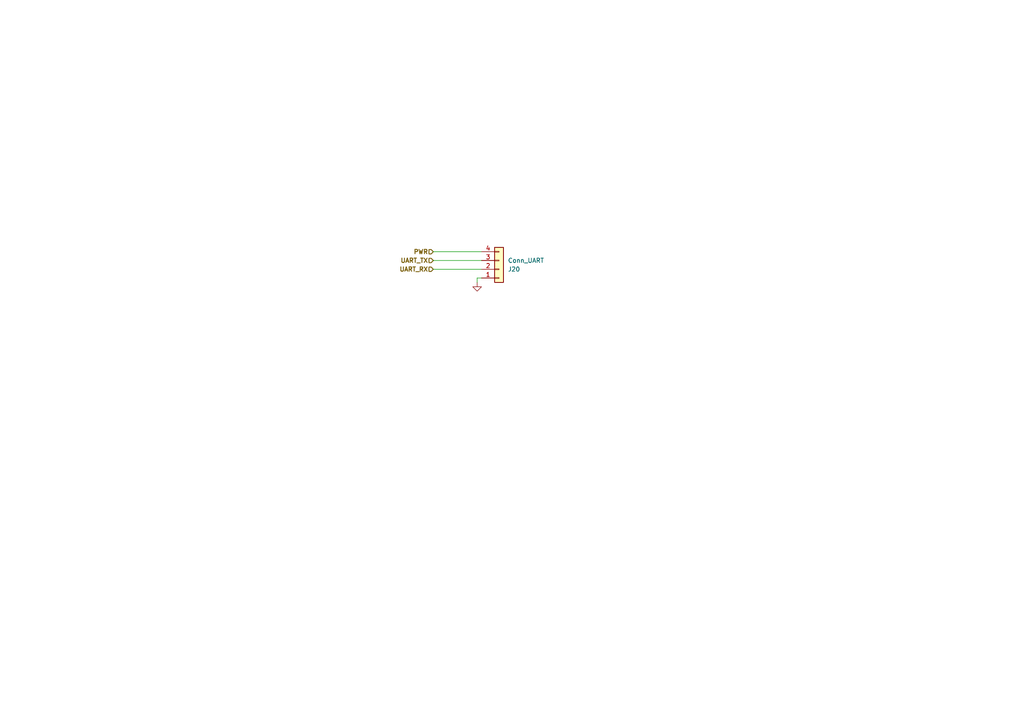
<source format=kicad_sch>
(kicad_sch (version 20230121) (generator eeschema)
  (paper "A4")
  (lib_symbols
    (symbol "Connector_Generic:Conn_01x04" (pin_names (offset 1.016) hide)
      (property "Reference" "J" (at 0 5.08 0))
      (property "Value" "Conn_01x04" (at 0 -7.62 0))
      (symbol "Conn_01x04_1_1"
        (rectangle (start -1.27 -4.953) (end 0 -5.207) (stroke (width 0.1524)))
        (rectangle (start -1.27 -2.413) (end 0 -2.667) (stroke (width 0.1524)))
        (rectangle (start -1.27 0.127) (end 0 -0.127) (stroke (width 0.1524)))
        (rectangle (start -1.27 2.667) (end 0 2.413) (stroke (width 0.1524)))
        (rectangle (start -1.27 3.81) (end 1.27 -6.35) (stroke (width 0.254)) (fill (type background)))
        (pin passive line (at -5.08 2.54 0) (length 3.81) (name "Pin_1") (number "1"))
        (pin passive line (at -5.08 0 0) (length 3.81) (name "Pin_2") (number "2"))
        (pin passive line (at -5.08 -2.54 0) (length 3.81) (name "Pin_3") (number "3"))
        (pin passive line (at -5.08 -5.08 0) (length 3.81) (name "Pin_4") (number "4"))
      )
    )
    (symbol "power:GND" (power) (pin_names (offset 0))
      (property "Value" "GND" (at 0 -3.81 0))
      (symbol "GND_0_1"
        (polyline (pts (xy 0 0) (xy 0 -1.27) (xy 1.27 -1.27) (xy 0 -2.54) (xy -1.27 -1.27) (xy 0 -1.27)))
      )
      (symbol "GND_1_1"
        (pin power_in line (at 0 0 270) (length 0) hide (name "GND") (number "1"))
      )
    )
  )
  (wire (pts (xy 138.3902 81.9059) (xy 138.3902 80.6359)))
  (wire (pts (xy 125.6902 78.0959) (xy 139.6602 78.0959)))
  (wire (pts (xy 125.6902 75.5559) (xy 139.6602 75.5559)))
  (wire (pts (xy 125.6902 73.0159) (xy 139.6602 73.0159)))
  (wire (pts (xy 138.3902 80.6359) (xy 139.6602 80.6359)))
  (hierarchical_label "UART_TX" (shape input) (at 125.6902 75.5559 180) (effects (font bold)))
  (hierarchical_label "PWR" (shape input) (at 125.6902 73.0159 180) (effects (font bold)))
  (hierarchical_label "UART_RX" (shape input) (at 125.6902 78.0959 180) (effects (font bold)))
  (symbol (lib_id "power:GND") (at 138.3902 81.9059 0) (unit 1)
    (property "Reference" "#PWR040" (effects hide))
    (property "Value" "GND" (effects hide))
    (instances (project "puissance" (path "" (reference "#PWR040") (unit 1)) (path "" (reference "#PWR046") (unit 1)) (path "" (reference "#PWR051") (unit 1))))
  )
  (symbol (lib_id "Connector_Generic:Conn_01x04") (at 144.7402 78.0959 0) (mirror x) (unit 1)
    (property "Reference" "J20" (at 147.2802 78.0959 0) (effects (justify left)))
    (property "Value" "Conn_UART" (at 147.2802 75.5559 0) (effects (justify left)))
    (property "Footprint" "Connector_JST:JST_XH_B4B-XH-A_1x04_P2.50mm_Vertical" (effects hide))
    (instances (project "puissance" (path "" (reference "J20") (unit 1)) (path "" (reference "J21") (unit 1)) (path "" (reference "J23") (unit 1))))
  )
)
</source>
